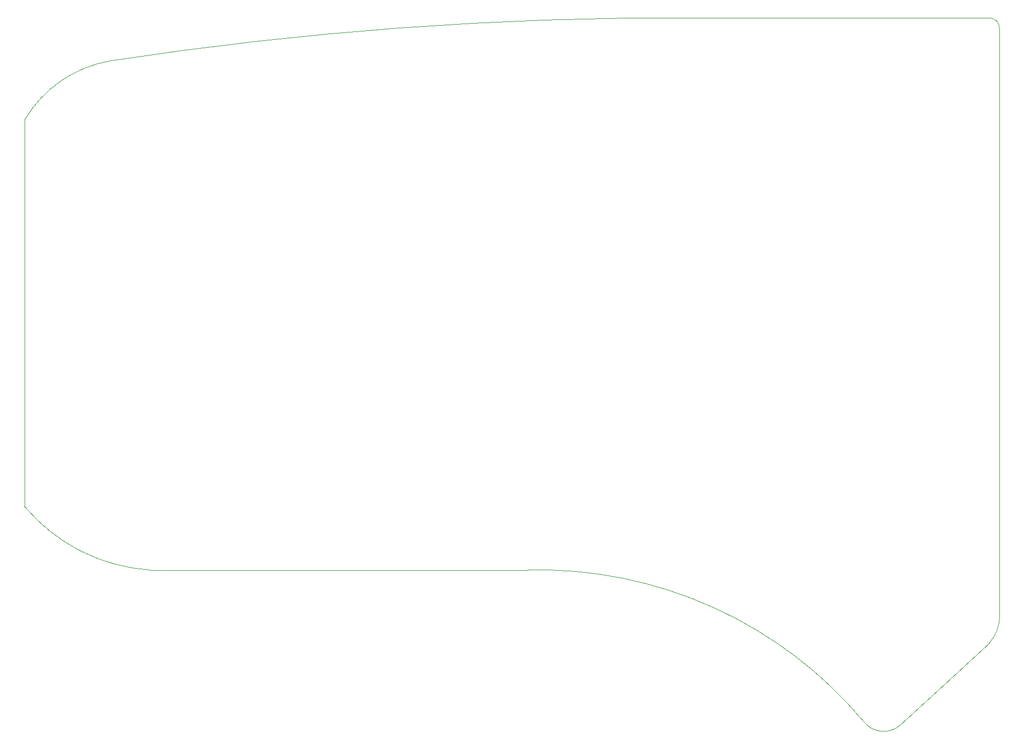
<source format=gm1>
%TF.GenerationSoftware,KiCad,Pcbnew,6.99.0-unknown-8f937b17a2~148~ubuntu20.04.1*%
%TF.CreationDate,2022-05-22T21:32:22+02:00*%
%TF.ProjectId,khada,6b686164-612e-46b6-9963-61645f706362,rev?*%
%TF.SameCoordinates,Original*%
%TF.FileFunction,Profile,NP*%
%FSLAX46Y46*%
G04 Gerber Fmt 4.6, Leading zero omitted, Abs format (unit mm)*
G04 Created by KiCad (PCBNEW 6.99.0-unknown-8f937b17a2~148~ubuntu20.04.1) date 2022-05-22 21:32:22*
%MOMM*%
%LPD*%
G01*
G04 APERTURE LIST*
%TA.AperFunction,Profile*%
%ADD10C,0.050000*%
%TD*%
G04 APERTURE END LIST*
D10*
X213868000Y-50670148D02*
X213868000Y-145796000D01*
X212195000Y-150114000D02*
X197866000Y-163322000D01*
X212194992Y-150113992D02*
G75*
G03*
X213867999Y-145796000I-4641092J4281292D01*
G01*
X137668000Y-138303000D02*
X76658211Y-138303000D01*
X70179954Y-55969065D02*
G75*
G03*
X56338211Y-65532000I3390646J-19706735D01*
G01*
X191972674Y-162876481D02*
G75*
G03*
X137668000Y-138303001I-52538534J-43813949D01*
G01*
X56338211Y-128016000D02*
X56338211Y-65532000D01*
X164278500Y-49022000D02*
G75*
G03*
X70179954Y-55969066I-3074300J-599117900D01*
G01*
X56338210Y-128016001D02*
G75*
G03*
X76658211Y-138303000I22175590J18591001D01*
G01*
X191972646Y-162876503D02*
G75*
G03*
X197866000Y-163322000I3151054J2480903D01*
G01*
X213867983Y-50670148D02*
G75*
G03*
X212195000Y-49022001I-1648383J-52D01*
G01*
X164278500Y-49022000D02*
X212195000Y-49022000D01*
M02*

</source>
